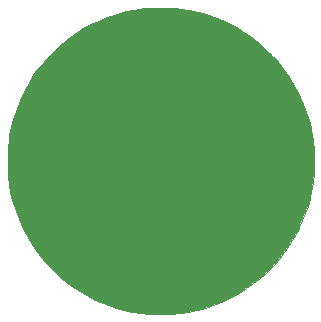
<source format=gbr>
G04 #@! TF.GenerationSoftware,KiCad,Pcbnew,5.1.5-52549c5~84~ubuntu18.04.1*
G04 #@! TF.CreationDate,2019-12-20T17:19:42-07:00*
G04 #@! TF.ProjectId,Tiny,54696e79-2e6b-4696-9361-645f70636258,rev?*
G04 #@! TF.SameCoordinates,Original*
G04 #@! TF.FileFunction,Copper,L2,Bot*
G04 #@! TF.FilePolarity,Positive*
%FSLAX46Y46*%
G04 Gerber Fmt 4.6, Leading zero omitted, Abs format (unit mm)*
G04 Created by KiCad (PCBNEW 5.1.5-52549c5~84~ubuntu18.04.1) date 2019-12-20 17:19:42*
%MOMM*%
%LPD*%
G04 APERTURE LIST*
%ADD10C,0.010000*%
%ADD11C,5.000000*%
G04 APERTURE END LIST*
D10*
G36*
X153335933Y-61992970D02*
G01*
X153629393Y-61999975D01*
X153911275Y-62010646D01*
X154174864Y-62024939D01*
X154413445Y-62042811D01*
X154620302Y-62064216D01*
X154672428Y-62070947D01*
X155424240Y-62193386D01*
X156157483Y-62353621D01*
X156871917Y-62551565D01*
X157567301Y-62787131D01*
X158243395Y-63060231D01*
X158899958Y-63370778D01*
X159536749Y-63718683D01*
X160013931Y-64012283D01*
X160302231Y-64201747D01*
X160564426Y-64381187D01*
X160807023Y-64555910D01*
X161036531Y-64731220D01*
X161259458Y-64912425D01*
X161482311Y-65104831D01*
X161711599Y-65313743D01*
X161953830Y-65544467D01*
X162215512Y-65802310D01*
X162242200Y-65828989D01*
X162464367Y-66053456D01*
X162659895Y-66256216D01*
X162833959Y-66443494D01*
X162991732Y-66621514D01*
X163138388Y-66796500D01*
X163279099Y-66974677D01*
X163419039Y-67162270D01*
X163563381Y-67365503D01*
X163717299Y-67590600D01*
X163763391Y-67659250D01*
X164159035Y-68281411D01*
X164513719Y-68905062D01*
X164828772Y-69533598D01*
X165105524Y-70170410D01*
X165345306Y-70818892D01*
X165549447Y-71482436D01*
X165719277Y-72164436D01*
X165856127Y-72868284D01*
X165891609Y-73088500D01*
X165917363Y-73266347D01*
X165938789Y-73438968D01*
X165956224Y-73612416D01*
X165970004Y-73792743D01*
X165980467Y-73986001D01*
X165987950Y-74198243D01*
X165992789Y-74435520D01*
X165995322Y-74703886D01*
X165995914Y-74961750D01*
X165994817Y-75278732D01*
X165991289Y-75559975D01*
X165984776Y-75812033D01*
X165974720Y-76041457D01*
X165960565Y-76254802D01*
X165941756Y-76458621D01*
X165917735Y-76659465D01*
X165887948Y-76863889D01*
X165851838Y-77078445D01*
X165808848Y-77309687D01*
X165787274Y-77420102D01*
X165637652Y-78094506D01*
X165460160Y-78742166D01*
X165252441Y-79370119D01*
X165012141Y-79985402D01*
X164736905Y-80595052D01*
X164697216Y-80676750D01*
X164558362Y-80954211D01*
X164425705Y-81205546D01*
X164291984Y-81443410D01*
X164149942Y-81680455D01*
X163992320Y-81929337D01*
X163883733Y-82094917D01*
X163456853Y-82701171D01*
X162997445Y-83281725D01*
X162507172Y-83835015D01*
X161987695Y-84359478D01*
X161440678Y-84853553D01*
X160867782Y-85315675D01*
X160270669Y-85744283D01*
X159651003Y-86137814D01*
X159472232Y-86242335D01*
X158822736Y-86591209D01*
X158159933Y-86900042D01*
X157483520Y-87168924D01*
X156793195Y-87397943D01*
X156088655Y-87587190D01*
X155369596Y-87736752D01*
X154635717Y-87846719D01*
X153886715Y-87917179D01*
X153747027Y-87925859D01*
X153630861Y-87931164D01*
X153487565Y-87935591D01*
X153324610Y-87939104D01*
X153149466Y-87941663D01*
X152969603Y-87943232D01*
X152792491Y-87943773D01*
X152625600Y-87943247D01*
X152476402Y-87941617D01*
X152352366Y-87938845D01*
X152260962Y-87934892D01*
X152241250Y-87933490D01*
X151858667Y-87899384D01*
X151508287Y-87861578D01*
X151180042Y-87818632D01*
X150863863Y-87769106D01*
X150549679Y-87711561D01*
X150241000Y-87647525D01*
X149526559Y-87470192D01*
X148826836Y-87253533D01*
X148143087Y-86998356D01*
X147476571Y-86705471D01*
X146828543Y-86375687D01*
X146200261Y-86009814D01*
X145592983Y-85608662D01*
X145007966Y-85173039D01*
X144446467Y-84703756D01*
X143909743Y-84201621D01*
X143399051Y-83667444D01*
X142915649Y-83102035D01*
X142646595Y-82757885D01*
X142230588Y-82173874D01*
X141847844Y-81567012D01*
X141499364Y-80939890D01*
X141186146Y-80295100D01*
X140909187Y-79635232D01*
X140669487Y-78962878D01*
X140468045Y-78280628D01*
X140305858Y-77591073D01*
X140183926Y-76896805D01*
X140103246Y-76200415D01*
X140098798Y-76147083D01*
X140091080Y-76025397D01*
X140084621Y-75870379D01*
X140079423Y-75688306D01*
X140075489Y-75485452D01*
X140072821Y-75268092D01*
X140071422Y-75042501D01*
X140071295Y-74814955D01*
X140072442Y-74591727D01*
X140074865Y-74379093D01*
X140078567Y-74183328D01*
X140083551Y-74010707D01*
X140089819Y-73867506D01*
X140097374Y-73759998D01*
X140097827Y-73755250D01*
X140151615Y-73274032D01*
X140216254Y-72826192D01*
X140283539Y-72453500D01*
X140450483Y-71725713D01*
X140656515Y-71013500D01*
X140900941Y-70317961D01*
X141183067Y-69640197D01*
X141502199Y-68981308D01*
X141857642Y-68342395D01*
X142248703Y-67724558D01*
X142674687Y-67128897D01*
X143134900Y-66556513D01*
X143628648Y-66008506D01*
X144155237Y-65485977D01*
X144713972Y-64990026D01*
X145271221Y-64546524D01*
X145863065Y-64126478D01*
X146477319Y-63742221D01*
X147113449Y-63393967D01*
X147770919Y-63081930D01*
X148449194Y-62806323D01*
X149147738Y-62567360D01*
X149866017Y-62365255D01*
X150603496Y-62200221D01*
X151359639Y-62072472D01*
X151521583Y-62050293D01*
X151708070Y-62030400D01*
X151929984Y-62014483D01*
X152180609Y-62002495D01*
X152453232Y-61994394D01*
X152741137Y-61990136D01*
X153037609Y-61989676D01*
X153335933Y-61992970D01*
G37*
X153335933Y-61992970D02*
X153629393Y-61999975D01*
X153911275Y-62010646D01*
X154174864Y-62024939D01*
X154413445Y-62042811D01*
X154620302Y-62064216D01*
X154672428Y-62070947D01*
X155424240Y-62193386D01*
X156157483Y-62353621D01*
X156871917Y-62551565D01*
X157567301Y-62787131D01*
X158243395Y-63060231D01*
X158899958Y-63370778D01*
X159536749Y-63718683D01*
X160013931Y-64012283D01*
X160302231Y-64201747D01*
X160564426Y-64381187D01*
X160807023Y-64555910D01*
X161036531Y-64731220D01*
X161259458Y-64912425D01*
X161482311Y-65104831D01*
X161711599Y-65313743D01*
X161953830Y-65544467D01*
X162215512Y-65802310D01*
X162242200Y-65828989D01*
X162464367Y-66053456D01*
X162659895Y-66256216D01*
X162833959Y-66443494D01*
X162991732Y-66621514D01*
X163138388Y-66796500D01*
X163279099Y-66974677D01*
X163419039Y-67162270D01*
X163563381Y-67365503D01*
X163717299Y-67590600D01*
X163763391Y-67659250D01*
X164159035Y-68281411D01*
X164513719Y-68905062D01*
X164828772Y-69533598D01*
X165105524Y-70170410D01*
X165345306Y-70818892D01*
X165549447Y-71482436D01*
X165719277Y-72164436D01*
X165856127Y-72868284D01*
X165891609Y-73088500D01*
X165917363Y-73266347D01*
X165938789Y-73438968D01*
X165956224Y-73612416D01*
X165970004Y-73792743D01*
X165980467Y-73986001D01*
X165987950Y-74198243D01*
X165992789Y-74435520D01*
X165995322Y-74703886D01*
X165995914Y-74961750D01*
X165994817Y-75278732D01*
X165991289Y-75559975D01*
X165984776Y-75812033D01*
X165974720Y-76041457D01*
X165960565Y-76254802D01*
X165941756Y-76458621D01*
X165917735Y-76659465D01*
X165887948Y-76863889D01*
X165851838Y-77078445D01*
X165808848Y-77309687D01*
X165787274Y-77420102D01*
X165637652Y-78094506D01*
X165460160Y-78742166D01*
X165252441Y-79370119D01*
X165012141Y-79985402D01*
X164736905Y-80595052D01*
X164697216Y-80676750D01*
X164558362Y-80954211D01*
X164425705Y-81205546D01*
X164291984Y-81443410D01*
X164149942Y-81680455D01*
X163992320Y-81929337D01*
X163883733Y-82094917D01*
X163456853Y-82701171D01*
X162997445Y-83281725D01*
X162507172Y-83835015D01*
X161987695Y-84359478D01*
X161440678Y-84853553D01*
X160867782Y-85315675D01*
X160270669Y-85744283D01*
X159651003Y-86137814D01*
X159472232Y-86242335D01*
X158822736Y-86591209D01*
X158159933Y-86900042D01*
X157483520Y-87168924D01*
X156793195Y-87397943D01*
X156088655Y-87587190D01*
X155369596Y-87736752D01*
X154635717Y-87846719D01*
X153886715Y-87917179D01*
X153747027Y-87925859D01*
X153630861Y-87931164D01*
X153487565Y-87935591D01*
X153324610Y-87939104D01*
X153149466Y-87941663D01*
X152969603Y-87943232D01*
X152792491Y-87943773D01*
X152625600Y-87943247D01*
X152476402Y-87941617D01*
X152352366Y-87938845D01*
X152260962Y-87934892D01*
X152241250Y-87933490D01*
X151858667Y-87899384D01*
X151508287Y-87861578D01*
X151180042Y-87818632D01*
X150863863Y-87769106D01*
X150549679Y-87711561D01*
X150241000Y-87647525D01*
X149526559Y-87470192D01*
X148826836Y-87253533D01*
X148143087Y-86998356D01*
X147476571Y-86705471D01*
X146828543Y-86375687D01*
X146200261Y-86009814D01*
X145592983Y-85608662D01*
X145007966Y-85173039D01*
X144446467Y-84703756D01*
X143909743Y-84201621D01*
X143399051Y-83667444D01*
X142915649Y-83102035D01*
X142646595Y-82757885D01*
X142230588Y-82173874D01*
X141847844Y-81567012D01*
X141499364Y-80939890D01*
X141186146Y-80295100D01*
X140909187Y-79635232D01*
X140669487Y-78962878D01*
X140468045Y-78280628D01*
X140305858Y-77591073D01*
X140183926Y-76896805D01*
X140103246Y-76200415D01*
X140098798Y-76147083D01*
X140091080Y-76025397D01*
X140084621Y-75870379D01*
X140079423Y-75688306D01*
X140075489Y-75485452D01*
X140072821Y-75268092D01*
X140071422Y-75042501D01*
X140071295Y-74814955D01*
X140072442Y-74591727D01*
X140074865Y-74379093D01*
X140078567Y-74183328D01*
X140083551Y-74010707D01*
X140089819Y-73867506D01*
X140097374Y-73759998D01*
X140097827Y-73755250D01*
X140151615Y-73274032D01*
X140216254Y-72826192D01*
X140283539Y-72453500D01*
X140450483Y-71725713D01*
X140656515Y-71013500D01*
X140900941Y-70317961D01*
X141183067Y-69640197D01*
X141502199Y-68981308D01*
X141857642Y-68342395D01*
X142248703Y-67724558D01*
X142674687Y-67128897D01*
X143134900Y-66556513D01*
X143628648Y-66008506D01*
X144155237Y-65485977D01*
X144713972Y-64990026D01*
X145271221Y-64546524D01*
X145863065Y-64126478D01*
X146477319Y-63742221D01*
X147113449Y-63393967D01*
X147770919Y-63081930D01*
X148449194Y-62806323D01*
X149147738Y-62567360D01*
X149866017Y-62365255D01*
X150603496Y-62200221D01*
X151359639Y-62072472D01*
X151521583Y-62050293D01*
X151708070Y-62030400D01*
X151929984Y-62014483D01*
X152180609Y-62002495D01*
X152453232Y-61994394D01*
X152741137Y-61990136D01*
X153037609Y-61989676D01*
X153335933Y-61992970D01*
D11*
X153035000Y-69850000D03*
M02*

</source>
